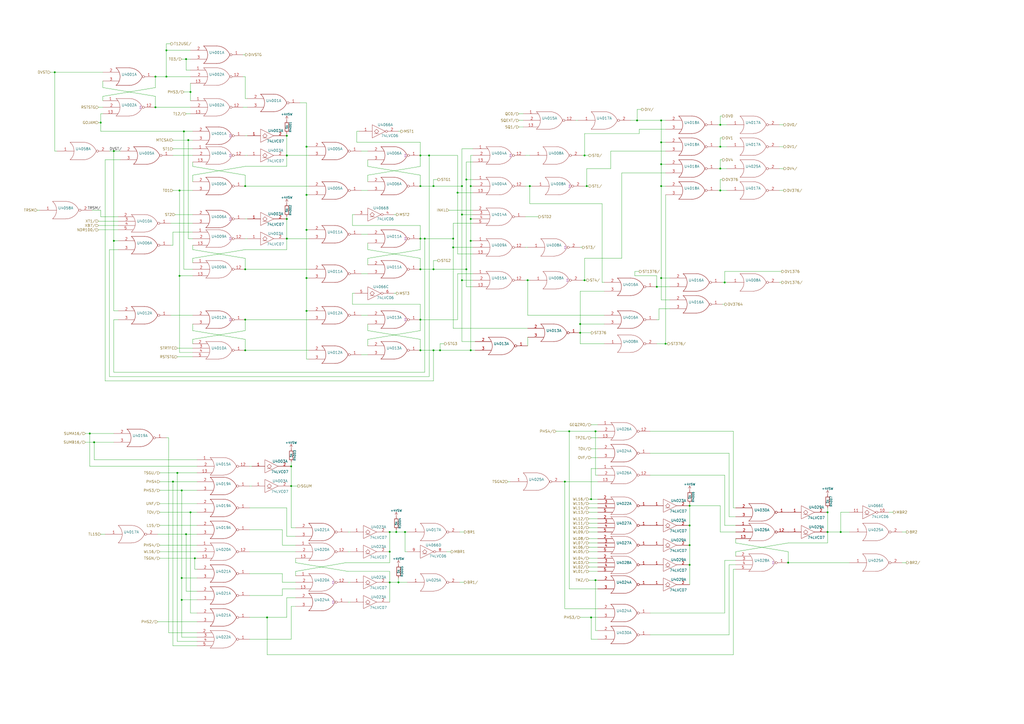
<source format=kicad_sch>
(kicad_sch (version 20211123) (generator eeschema)
  (paper "A2")
  (junction (at 110.49 53.34))
  (junction (at 265.43 111.76))
  (junction (at 168.91 270.51))
  (junction (at 104.14 160.02))
  (junction (at 243.84 156.21))
  (junction (at 417.83 85.09))
  (junction (at 383.54 107.95))
  (junction (at 340.36 107.95))
  (junction (at 381 166.37))
  (junction (at 457.2 326.39))
  (junction (at 417.83 97.79))
  (junction (at 480.06 308.61))
  (junction (at 243.84 107.95))
  (junction (at 386.08 199.39))
  (junction (at 226.06 308.61))
  (junction (at 105.41 335.28))
  (junction (at 154.94 358.14))
  (junction (at 342.9 289.56))
  (junction (at 168.91 281.94))
  (junction (at 58.42 71.12))
  (junction (at 110.49 297.18))
  (junction (at 166.37 127))
  (junction (at 142.24 107.95))
  (junction (at 243.84 203.2))
  (junction (at 480.06 297.18))
  (junction (at 107.95 34.29))
  (junction (at 417.83 110.49))
  (junction (at 251.46 156.21))
  (junction (at 487.68 308.61))
  (junction (at 400.05 316.23))
  (junction (at 96.52 44.45))
  (junction (at 166.37 138.43))
  (junction (at 231.14 337.82))
  (junction (at 307.34 107.95))
  (junction (at 177.8 161.29))
  (junction (at 336.55 193.04))
  (junction (at 102.87 274.32))
  (junction (at 243.84 185.42))
  (junction (at 330.2 250.19))
  (junction (at 96.52 29.21))
  (junction (at 417.83 72.39))
  (junction (at 52.07 251.46))
  (junction (at 109.22 81.28))
  (junction (at 273.05 107.95))
  (junction (at 383.54 82.55))
  (junction (at 243.84 138.43))
  (junction (at 90.17 44.45))
  (junction (at 267.97 162.56))
  (junction (at 400.05 304.8))
  (junction (at 342.9 358.14))
  (junction (at 400.05 327.66))
  (junction (at 273.05 139.7))
  (junction (at 251.46 203.2))
  (junction (at 66.04 139.7))
  (junction (at 345.44 336.55))
  (junction (at 267.97 107.95))
  (junction (at 262.89 138.43))
  (junction (at 166.37 78.74))
  (junction (at 251.46 107.95))
  (junction (at 166.37 90.17))
  (junction (at 106.68 76.2))
  (junction (at 66.04 87.63))
  (junction (at 229.87 308.61))
  (junction (at 113.03 323.85))
  (junction (at 177.8 85.09))
  (junction (at 226.06 320.04))
  (junction (at 248.92 90.17))
  (junction (at 177.8 180.34))
  (junction (at 369.57 69.85))
  (junction (at 226.06 337.82))
  (junction (at 90.17 62.23))
  (junction (at 306.07 162.56))
  (junction (at 142.24 156.21))
  (junction (at 336.55 187.96))
  (junction (at 383.54 95.25))
  (junction (at 105.41 284.48))
  (junction (at 142.24 185.42))
  (junction (at 54.61 256.54))
  (junction (at 339.09 162.56))
  (junction (at 273.05 203.2))
  (junction (at 345.44 250.19))
  (junction (at 270.51 104.14))
  (junction (at 400.05 293.37))
  (junction (at 100.33 279.4))
  (junction (at 262.89 143.51))
  (junction (at 383.54 69.85))
  (junction (at 107.95 309.88))
  (junction (at 255.27 203.2))
  (junction (at 339.09 90.17))
  (junction (at 31.75 41.91))
  (junction (at 104.14 110.49))
  (junction (at 246.38 138.43))
  (junction (at 270.51 156.21))
  (junction (at 142.24 203.2))
  (junction (at 177.8 113.03))
  (junction (at 327.66 279.4))
  (junction (at 267.97 124.46))
  (junction (at 243.84 90.17))
  (junction (at 273.05 127))
  (junction (at 234.95 308.61))
  (junction (at 105.41 347.98))
  (junction (at 420.37 163.83))
  (junction (at 383.54 161.29))
  (junction (at 177.8 133.35))
  (wire (pts (xy 92.71 279.4) (xy 100.33 279.4)))
  (wire (pts (xy 114.3 342.9) (xy 107.95 342.9)))
  (wire (pts (xy 452.12 110.49) (xy 454.66 110.49)))
  (wire (pts (xy 105.41 369.57) (xy 114.3 369.57)))
  (wire (pts (xy 420.37 275.59) (xy 420.37 304.8)))
  (wire (pts (xy 417.83 92.71) (xy 417.83 97.79)))
  (wire (pts (xy 420.37 163.83) (xy 421.64 163.83)))
  (wire (pts (xy 142.24 96.52) (xy 111.76 101.6)))
  (wire (pts (xy 63.5 218.44) (xy 63.5 144.78)))
  (wire (pts (xy 177.8 180.34) (xy 177.8 208.28)))
  (wire (pts (xy 326.39 279.4) (xy 327.66 279.4)))
  (wire (pts (xy 166.37 127) (xy 166.37 138.43)))
  (wire (pts (xy 381 166.37) (xy 388.62 166.37)))
  (wire (pts (xy 144.78 307.34) (xy 163.83 307.34)))
  (wire (pts (xy 251.46 203.2) (xy 255.27 203.2)))
  (wire (pts (xy 104.14 160.02) (xy 111.76 160.02)))
  (wire (pts (xy 480.06 308.61) (xy 487.68 308.61)))
  (wire (pts (xy 383.54 107.95) (xy 386.08 107.95)))
  (wire (pts (xy 341.63 336.55) (xy 345.44 336.55)))
  (wire (pts (xy 100.33 81.28) (xy 109.22 81.28)))
  (wire (pts (xy 270.51 93.98) (xy 274.32 93.98)))
  (wire (pts (xy 306.07 162.56) (xy 306.07 182.88)))
  (wire (pts (xy 209.55 135.89) (xy 213.36 135.89)))
  (wire (pts (xy 110.49 48.26) (xy 110.49 53.34)))
  (wire (pts (xy 243.84 101.6) (xy 213.36 96.52)))
  (wire (pts (xy 267.97 124.46) (xy 267.97 162.56)))
  (wire (pts (xy 168.91 267.97) (xy 168.91 270.51)))
  (wire (pts (xy 100.33 86.36) (xy 111.76 86.36)))
  (wire (pts (xy 417.83 293.37) (xy 417.83 308.61)))
  (wire (pts (xy 341.63 320.04) (xy 346.71 320.04)))
  (wire (pts (xy 307.34 118.11) (xy 349.25 118.11)))
  (wire (pts (xy 63.5 144.78) (xy 68.58 144.78)))
  (wire (pts (xy 92.71 292.1) (xy 114.3 292.1)))
  (wire (pts (xy 110.49 62.23) (xy 90.17 62.23)))
  (wire (pts (xy 66.04 139.7) (xy 68.58 139.7)))
  (wire (pts (xy 90.17 44.45) (xy 90.17 50.8)))
  (wire (pts (xy 339.09 162.56) (xy 339.09 149.86)))
  (wire (pts (xy 425.45 250.19) (xy 425.45 294.64)))
  (wire (pts (xy 104.14 160.02) (xy 104.14 204.47)))
  (wire (pts (xy 383.54 173.99) (xy 388.62 173.99)))
  (wire (pts (xy 349.25 163.83) (xy 350.52 163.83)))
  (wire (pts (xy 154.94 379.73) (xy 425.45 379.73)))
  (wire (pts (xy 91.44 360.68) (xy 114.3 360.68)))
  (wire (pts (xy 267.97 86.36) (xy 267.97 107.95)))
  (wire (pts (xy 267.97 124.46) (xy 274.32 124.46)))
  (wire (pts (xy 142.24 44.45) (xy 142.24 57.15)))
  (wire (pts (xy 248.92 90.17) (xy 248.92 218.44)))
  (wire (pts (xy 368.3 160.02) (xy 368.3 157.48)))
  (wire (pts (xy 58.42 121.92) (xy 58.42 125.73)))
  (wire (pts (xy 273.05 203.2) (xy 275.59 203.2)))
  (wire (pts (xy 60.96 220.98) (xy 60.96 92.71)))
  (wire (pts (xy 425.45 330.2) (xy 426.72 330.2)))
  (wire (pts (xy 525.78 308.61) (xy 523.24 308.61)))
  (wire (pts (xy 105.41 347.98) (xy 105.41 369.57)))
  (wire (pts (xy 213.36 196.85) (xy 213.36 200.66)))
  (wire (pts (xy 96.52 44.45) (xy 110.49 44.45)))
  (wire (pts (xy 163.83 316.23) (xy 171.45 316.23)))
  (wire (pts (xy 90.17 44.45) (xy 96.52 44.45)))
  (wire (pts (xy 265.43 90.17) (xy 265.43 111.76)))
  (wire (pts (xy 29.21 41.91) (xy 31.75 41.91)))
  (wire (pts (xy 21.59 121.92) (xy 22.86 121.92)))
  (wire (pts (xy 417.83 85.09) (xy 421.64 85.09)))
  (wire (pts (xy 346.71 323.85) (xy 341.63 323.85)))
  (wire (pts (xy 90.17 55.88) (xy 59.69 50.8)))
  (wire (pts (xy 177.8 180.34) (xy 179.07 180.34)))
  (wire (pts (xy 243.84 185.42) (xy 265.43 185.42)))
  (wire (pts (xy 243.84 96.52) (xy 213.36 101.6)))
  (wire (pts (xy 327.66 279.4) (xy 327.66 353.06)))
  (wire (pts (xy 201.93 337.82) (xy 203.2 337.82)))
  (wire (pts (xy 90.17 62.23) (xy 90.17 55.88)))
  (wire (pts (xy 142.24 196.85) (xy 111.76 191.77)))
  (wire (pts (xy 369.57 63.5) (xy 372.11 63.5)))
  (wire (pts (xy 342.9 271.78) (xy 346.71 271.78)))
  (wire (pts (xy 107.95 309.88) (xy 114.3 309.88)))
  (wire (pts (xy 142.24 149.86) (xy 111.76 144.78)))
  (wire (pts (xy 113.03 323.85) (xy 114.3 323.85)))
  (wire (pts (xy 107.95 40.64) (xy 110.49 40.64)))
  (wire (pts (xy 226.06 337.82) (xy 226.06 349.25)))
  (wire (pts (xy 243.84 82.55) (xy 243.84 90.17)))
  (wire (pts (xy 327.66 279.4) (xy 346.71 279.4)))
  (wire (pts (xy 142.24 185.42) (xy 142.24 191.77)))
  (wire (pts (xy 307.34 107.95) (xy 308.61 107.95)))
  (wire (pts (xy 417.83 110.49) (xy 421.64 110.49)))
  (wire (pts (xy 419.1 92.71) (xy 417.83 92.71)))
  (wire (pts (xy 306.07 162.56) (xy 307.34 162.56)))
  (wire (pts (xy 422.91 299.72) (xy 426.72 299.72)))
  (wire (pts (xy 58.42 71.12) (xy 58.42 76.2)))
  (wire (pts (xy 113.03 330.2) (xy 114.3 330.2)))
  (wire (pts (xy 234.95 320.04) (xy 236.22 320.04)))
  (wire (pts (xy 345.44 250.19) (xy 346.71 250.19)))
  (wire (pts (xy 168.91 281.94) (xy 172.72 281.94)))
  (wire (pts (xy 54.61 256.54) (xy 66.04 256.54)))
  (wire (pts (xy 295.91 279.4) (xy 294.64 279.4)))
  (wire (pts (xy 100.33 142.24) (xy 99.06 142.24)))
  (wire (pts (xy 382.27 179.07) (xy 388.62 179.07)))
  (wire (pts (xy 100.33 90.17) (xy 111.76 90.17)))
  (wire (pts (xy 204.47 124.46) (xy 204.47 130.81)))
  (wire (pts (xy 480.06 308.61) (xy 480.06 314.96)))
  (wire (pts (xy 422.91 327.66) (xy 426.72 327.66)))
  (wire (pts (xy 66.04 185.42) (xy 68.58 185.42)))
  (wire (pts (xy 102.87 274.32) (xy 102.87 372.11)))
  (wire (pts (xy 203.2 320.04) (xy 201.93 320.04)))
  (wire (pts (xy 270.51 104.14) (xy 270.51 156.21)))
  (wire (pts (xy 422.91 368.3) (xy 422.91 327.66)))
  (wire (pts (xy 204.47 170.18) (xy 205.74 170.18)))
  (wire (pts (xy 243.84 107.95) (xy 251.46 107.95)))
  (wire (pts (xy 377.19 262.89) (xy 422.91 262.89)))
  (wire (pts (xy 354.33 87.63) (xy 386.08 87.63)))
  (wire (pts (xy 57.15 71.12) (xy 58.42 71.12)))
  (wire (pts (xy 226.06 326.39) (xy 200.66 326.39)))
  (wire (pts (xy 419.1 163.83) (xy 420.37 163.83)))
  (wire (pts (xy 166.37 138.43) (xy 166.37 144.78)))
  (wire (pts (xy 487.68 297.18) (xy 487.68 308.61)))
  (wire (pts (xy 142.24 78.74) (xy 143.51 78.74)))
  (wire (pts (xy 300.99 66.04) (xy 303.53 66.04)))
  (wire (pts (xy 345.44 336.55) (xy 345.44 365.76)))
  (wire (pts (xy 416.56 85.09) (xy 417.83 85.09)))
  (wire (pts (xy 92.71 323.85) (xy 113.03 323.85)))
  (wire (pts (xy 213.36 149.86) (xy 213.36 153.67)))
  (wire (pts (xy 99.06 182.88) (xy 111.76 182.88)))
  (wire (pts (xy 142.24 127) (xy 143.51 127)))
  (wire (pts (xy 140.97 31.75) (xy 142.24 31.75)))
  (wire (pts (xy 417.83 308.61) (xy 426.72 308.61)))
  (wire (pts (xy 104.14 110.49) (xy 104.14 160.02)))
  (wire (pts (xy 400.05 293.37) (xy 400.05 304.8)))
  (wire (pts (xy 420.37 163.83) (xy 420.37 157.48)))
  (wire (pts (xy 91.44 309.88) (xy 107.95 309.88)))
  (wire (pts (xy 452.12 163.83) (xy 453.39 163.83)))
  (wire (pts (xy 255.27 199.39) (xy 257.81 199.39)))
  (wire (pts (xy 369.57 69.85) (xy 369.57 63.5)))
  (wire (pts (xy 154.94 358.14) (xy 154.94 379.73)))
  (wire (pts (xy 334.01 69.85) (xy 335.28 69.85)))
  (wire (pts (xy 59.69 50.8) (xy 59.69 46.99)))
  (wire (pts (xy 177.8 85.09) (xy 179.07 85.09)))
  (wire (pts (xy 163.83 307.34) (xy 163.83 316.23)))
  (wire (pts (xy 341.63 289.56) (xy 342.9 289.56)))
  (wire (pts (xy 142.24 156.21) (xy 142.24 149.86)))
  (wire (pts (xy 177.8 161.29) (xy 179.07 161.29)))
  (wire (pts (xy 480.06 314.96) (xy 457.2 314.96)))
  (wire (pts (xy 273.05 127) (xy 273.05 139.7)))
  (wire (pts (xy 342.9 254) (xy 346.71 254)))
  (wire (pts (xy 104.14 110.49) (xy 111.76 110.49)))
  (wire (pts (xy 106.68 156.21) (xy 111.76 156.21)))
  (wire (pts (xy 304.8 162.56) (xy 306.07 162.56)))
  (wire (pts (xy 179.07 113.03) (xy 177.8 113.03)))
  (wire (pts (xy 243.84 138.43) (xy 246.38 138.43)))
  (wire (pts (xy 274.32 129.54) (xy 262.89 129.54)))
  (wire (pts (xy 420.37 304.8) (xy 426.72 304.8)))
  (wire (pts (xy 262.89 143.51) (xy 262.89 190.5)))
  (wire (pts (xy 66.04 215.9) (xy 66.04 185.42)))
  (wire (pts (xy 417.83 104.14) (xy 417.83 110.49)))
  (wire (pts (xy 420.37 325.12) (xy 426.72 325.12)))
  (wire (pts (xy 179.07 138.43) (xy 166.37 138.43)))
  (wire (pts (xy 381 160.02) (xy 368.3 160.02)))
  (wire (pts (xy 110.49 355.6) (xy 114.3 355.6)))
  (wire (pts (xy 336.55 199.39) (xy 350.52 199.39)))
  (wire (pts (xy 330.2 341.63) (xy 346.71 341.63)))
  (wire (pts (xy 243.84 203.2) (xy 243.84 196.85)))
  (wire (pts (xy 52.07 251.46) (xy 66.04 251.46)))
  (wire (pts (xy 111.76 101.6) (xy 111.76 105.41)))
  (wire (pts (xy 140.97 44.45) (xy 142.24 44.45)))
  (wire (pts (xy 66.04 180.34) (xy 68.58 180.34)))
  (wire (pts (xy 251.46 156.21) (xy 243.84 156.21)))
  (wire (pts (xy 345.44 365.76) (xy 346.71 365.76)))
  (wire (pts (xy 383.54 82.55) (xy 383.54 95.25)))
  (wire (pts (xy 60.96 92.71) (xy 69.85 92.71)))
  (wire (pts (xy 213.36 101.6) (xy 213.36 105.41)))
  (wire (pts (xy 339.09 149.86) (xy 360.68 149.86)))
  (wire (pts (xy 107.95 342.9) (xy 107.95 309.88)))
  (wire (pts (xy 179.07 133.35) (xy 177.8 133.35)))
  (wire (pts (xy 96.52 29.21) (xy 110.49 29.21)))
  (wire (pts (xy 248.92 90.17) (xy 265.43 90.17)))
  (wire (pts (xy 179.07 107.95) (xy 142.24 107.95)))
  (wire (pts (xy 457.2 320.04) (xy 426.72 314.96)))
  (wire (pts (xy 342.9 260.35) (xy 346.71 260.35)))
  (wire (pts (xy 177.8 161.29) (xy 177.8 180.34)))
  (wire (pts (xy 100.33 134.62) (xy 111.76 134.62)))
  (wire (pts (xy 63.5 87.63) (xy 66.04 87.63)))
  (wire (pts (xy 342.9 289.56) (xy 346.71 289.56)))
  (wire (pts (xy 204.47 176.53) (xy 204.47 170.18)))
  (wire (pts (xy 273.05 90.17) (xy 273.05 107.95)))
  (wire (pts (xy 339.09 162.56) (xy 340.36 162.56)))
  (wire (pts (xy 201.93 349.25) (xy 203.2 349.25)))
  (wire (pts (xy 209.55 205.74) (xy 213.36 205.74)))
  (wire (pts (xy 339.09 77.47) (xy 370.84 77.47)))
  (wire (pts (xy 144.78 294.64) (xy 166.37 294.64)))
  (wire (pts (xy 342.9 246.38) (xy 346.71 246.38)))
  (wire (pts (xy 209.55 182.88) (xy 213.36 182.88)))
  (wire (pts (xy 243.84 203.2) (xy 251.46 203.2)))
  (wire (pts (xy 201.93 331.47) (xy 171.45 326.39)))
  (wire (pts (xy 168.91 306.07) (xy 171.45 306.07)))
  (wire (pts (xy 307.34 90.17) (xy 304.8 90.17)))
  (wire (pts (xy 200.66 326.39) (xy 171.45 331.47)))
  (wire (pts (xy 340.36 107.95) (xy 341.63 107.95)))
  (wire (pts (xy 166.37 90.17) (xy 166.37 96.52)))
  (wire (pts (xy 383.54 161.29) (xy 383.54 173.99)))
  (wire (pts (xy 31.75 41.91) (xy 59.69 41.91)))
  (wire (pts (xy 205.74 124.46) (xy 204.47 124.46)))
  (wire (pts (xy 400.05 292.1) (xy 400.05 293.37)))
  (wire (pts (xy 100.33 374.65) (xy 114.3 374.65)))
  (wire (pts (xy 142.24 144.78) (xy 111.76 149.86)))
  (wire (pts (xy 342.9 289.56) (xy 342.9 271.78)))
  (wire (pts (xy 243.84 90.17) (xy 243.84 96.52)))
  (wire (pts (xy 337.82 162.56) (xy 339.09 162.56)))
  (wire (pts (xy 232.41 76.2) (xy 231.14 76.2)))
  (wire (pts (xy 201.93 308.61) (xy 203.2 308.61)))
  (wire (pts (xy 518.16 297.18) (xy 515.62 297.18)))
  (wire (pts (xy 454.66 72.39) (xy 452.12 72.39)))
  (wire (pts (xy 382.27 185.42) (xy 381 185.42)))
  (wire (pts (xy 49.53 251.46) (xy 52.07 251.46)))
  (wire (pts (xy 106.68 76.2) (xy 111.76 76.2)))
  (wire (pts (xy 213.36 96.52) (xy 213.36 92.71)))
  (wire (pts (xy 166.37 96.52) (xy 142.24 96.52)))
  (wire (pts (xy 97.79 254) (xy 97.79 367.03)))
  (wire (pts (xy 400.05 316.23) (xy 400.05 327.66)))
  (wire (pts (xy 339.09 107.95) (xy 340.36 107.95)))
  (wire (pts (xy 208.28 76.2) (xy 207.01 76.2)))
  (wire (pts (xy 111.76 191.77) (xy 111.76 187.96)))
  (wire (pts (xy 109.22 81.28) (xy 109.22 138.43)))
  (wire (pts (xy 345.44 336.55) (xy 346.71 336.55)))
  (wire (pts (xy 370.84 77.47) (xy 370.84 74.93)))
  (wire (pts (xy 369.57 69.85) (xy 383.54 69.85)))
  (wire (pts (xy 31.75 87.63) (xy 31.75 41.91)))
  (wire (pts (xy 243.84 130.81) (xy 243.84 138.43)))
  (wire (pts (xy 229.87 307.34) (xy 229.87 308.61)))
  (wire (pts (xy 113.03 323.85) (xy 113.03 330.2)))
  (wire (pts (xy 177.8 113.03) (xy 177.8 133.35)))
  (wire (pts (xy 144.78 345.44) (xy 163.83 345.44)))
  (wire (pts (xy 107.95 34.29) (xy 110.49 34.29)))
  (wire (pts (xy 107.95 66.04) (xy 110.49 66.04)))
  (wire (pts (xy 377.19 275.59) (xy 420.37 275.59)))
  (wire (pts (xy 383.54 69.85) (xy 383.54 82.55)))
  (wire (pts (xy 166.37 78.74) (xy 166.37 90.17)))
  (wire (pts (xy 336.55 187.96) (xy 336.55 193.04)))
  (wire (pts (xy 226.06 331.47) (xy 201.93 331.47)))
  (wire (pts (xy 270.51 156.21) (xy 251.46 156.21)))
  (wire (pts (xy 386.08 199.39) (xy 387.35 199.39)))
  (wire (pts (xy 340.36 97.79) (xy 354.33 97.79)))
  (wire (pts (xy 274.32 107.95) (xy 273.05 107.95)))
  (wire (pts (xy 58.42 66.04) (xy 58.42 71.12)))
  (wire (pts (xy 417.83 67.31) (xy 417.83 72.39)))
  (wire (pts (xy 336.55 187.96) (xy 350.52 187.96)))
  (wire (pts (xy 226.06 308.61) (xy 229.87 308.61)))
  (wire (pts (xy 251.46 107.95) (xy 267.97 107.95)))
  (wire (pts (xy 365.76 69.85) (xy 369.57 69.85)))
  (wire (pts (xy 360.68 100.33) (xy 386.08 100.33)))
  (wire (pts (xy 368.3 157.48) (xy 370.84 157.48)))
  (wire (pts (xy 105.41 347.98) (xy 114.3 347.98)))
  (wire (pts (xy 209.55 158.75) (xy 213.36 158.75)))
  (wire (pts (xy 386.08 199.39) (xy 386.08 113.03)))
  (wire (pts (xy 92.71 274.32) (xy 102.87 274.32)))
  (wire (pts (xy 341.63 303.53) (xy 346.71 303.53)))
  (wire (pts (xy 177.8 133.35) (xy 177.8 161.29)))
  (wire (pts (xy 243.84 149.86) (xy 213.36 144.78)))
  (wire (pts (xy 487.68 297.18) (xy 492.76 297.18)))
  (wire (pts (xy 304.8 107.95) (xy 307.34 107.95)))
  (wire (pts (xy 68.58 130.81) (xy 57.15 130.81)))
  (wire (pts (xy 109.22 138.43) (xy 111.76 138.43)))
  (wire (pts (xy 54.61 266.7) (xy 114.3 266.7)))
  (wire (pts (xy 90.17 50.8) (xy 59.69 55.88)))
  (wire (pts (xy 179.07 203.2) (xy 142.24 203.2)))
  (wire (pts (xy 265.43 111.76) (xy 265.43 147.32)))
  (wire (pts (xy 229.87 308.61) (xy 234.95 308.61)))
  (wire (pts (xy 419.1 176.53) (xy 420.37 176.53)))
  (wire (pts (xy 100.33 134.62) (xy 100.33 142.24)))
  (wire (pts (xy 104.14 204.47) (xy 111.76 204.47)))
  (wire (pts (xy 243.84 144.78) (xy 213.36 149.86)))
  (wire (pts (xy 336.55 143.51) (xy 337.82 143.51)))
  (wire (pts (xy 168.91 270.51) (xy 168.91 281.94)))
  (wire (pts (xy 417.83 72.39) (xy 421.64 72.39)))
  (wire (pts (xy 114.3 316.23) (xy 92.71 316.23)))
  (wire (pts (xy 251.46 104.14) (xy 254 104.14)))
  (wire (pts (xy 266.7 337.82) (xy 269.24 337.82)))
  (wire (pts (xy 234.95 308.61) (xy 236.22 308.61)))
  (wire (pts (xy 270.51 156.21) (xy 270.51 166.37)))
  (wire (pts (xy 243.84 176.53) (xy 243.84 185.42)))
  (wire (pts (xy 96.52 254) (xy 97.79 254)))
  (wire (pts (xy 57.15 62.23) (xy 59.69 62.23)))
  (wire (pts (xy 341.63 314.96) (xy 346.71 314.96)))
  (wire (pts (xy 58.42 76.2) (xy 106.68 76.2)))
  (wire (pts (xy 243.84 176.53) (xy 204.47 176.53)))
  (wire (pts (xy 255.27 203.2) (xy 273.05 203.2)))
  (wire (pts (xy 336.55 358.14) (xy 342.9 358.14)))
  (wire (pts (xy 142.24 57.15) (xy 143.51 57.15)))
  (wire (pts (xy 341.63 294.64) (xy 346.71 294.64)))
  (wire (pts (xy 265.43 111.76) (xy 274.32 111.76)))
  (wire (pts (xy 251.46 151.13) (xy 254 151.13)))
  (wire (pts (xy 267.97 86.36) (xy 274.32 86.36)))
  (wire (pts (xy 265.43 185.42) (xy 265.43 158.75)))
  (wire (pts (xy 177.8 85.09) (xy 177.8 113.03)))
  (wire (pts (xy 492.76 326.39) (xy 457.2 326.39)))
  (wire (pts (xy 142.24 107.95) (xy 142.24 101.6)))
  (wire (pts (xy 377.19 250.19) (xy 425.45 250.19)))
  (wire (pts (xy 262.89 143.51) (xy 274.32 143.51)))
  (wire (pts (xy 339.09 90.17) (xy 339.09 77.47)))
  (wire (pts (xy 330.2 250.19) (xy 345.44 250.19)))
  (wire (pts (xy 342.9 265.43) (xy 346.71 265.43)))
  (wire (pts (xy 480.06 294.64) (xy 480.06 297.18)))
  (wire (pts (xy 306.07 195.58) (xy 306.07 200.66)))
  (wire (pts (xy 383.54 107.95) (xy 383.54 161.29)))
  (wire (pts (xy 59.69 55.88) (xy 59.69 58.42)))
  (wire (pts (xy 92.71 304.8) (xy 114.3 304.8)))
  (wire (pts (xy 171.45 326.39) (xy 171.45 323.85)))
  (wire (pts (xy 226.06 337.82) (xy 231.14 337.82)))
  (wire (pts (xy 304.8 125.73) (xy 312.42 125.73)))
  (wire (pts (xy 420.37 355.6) (xy 420.37 325.12)))
  (wire (pts (xy 341.63 297.18) (xy 346.71 297.18)))
  (wire (pts (xy 105.41 34.29) (xy 107.95 34.29)))
  (wire (pts (xy 58.42 66.04) (xy 59.69 66.04)))
  (wire (pts (xy 346.71 317.5) (xy 341.63 317.5)))
  (wire (pts (xy 168.91 351.79) (xy 171.45 351.79)))
  (wire (pts (xy 525.78 326.39) (xy 523.24 326.39)))
  (wire (pts (xy 105.41 284.48) (xy 105.41 335.28)))
  (wire (pts (xy 166.37 77.47) (xy 166.37 78.74)))
  (wire (pts (xy 177.8 208.28) (xy 179.07 208.28)))
  (wire (pts (xy 251.46 107.95) (xy 251.46 104.14)))
  (wire (pts (xy 327.66 353.06) (xy 346.71 353.06)))
  (wire (pts (xy 96.52 25.4) (xy 99.06 25.4)))
  (wire (pts (xy 166.37 358.14) (xy 166.37 346.71)))
  (wire (pts (xy 337.82 90.17) (xy 339.09 90.17)))
  (wire (pts (xy 142.24 191.77) (xy 111.76 196.85)))
  (wire (pts (xy 339.09 90.17) (xy 341.63 90.17)))
  (wire (pts (xy 57.15 128.27) (xy 68.58 128.27)))
  (wire (pts (xy 106.68 53.34) (xy 110.49 53.34)))
  (wire (pts (xy 416.56 110.49) (xy 417.83 110.49)))
  (wire (pts (xy 52.07 251.46) (xy 52.07 270.51)))
  (wire (pts (xy 346.71 312.42) (xy 341.63 312.42)))
  (wire (pts (xy 246.38 215.9) (xy 66.04 215.9)))
  (wire (pts (xy 267.97 162.56) (xy 267.97 198.12)))
  (wire (pts (xy 336.55 193.04) (xy 342.9 193.04)))
  (wire (pts (xy 144.78 358.14) (xy 154.94 358.14)))
  (wire (pts (xy 274.32 121.92) (xy 260.35 121.92)))
  (wire (pts (xy 336.55 168.91) (xy 350.52 168.91)))
  (wire (pts (xy 111.76 96.52) (xy 111.76 93.98)))
  (wire (pts (xy 97.79 367.03) (xy 114.3 367.03)))
  (wire (pts (xy 243.84 191.77) (xy 213.36 196.85)))
  (wire (pts (xy 110.49 53.34) (xy 110.49 58.42)))
  (wire (pts (xy 234.95 308.61) (xy 234.95 320.04)))
  (wire (pts (xy 346.71 328.93) (xy 341.63 328.93)))
  (wire (pts (xy 173.99 59.69) (xy 177.8 59.69)))
  (wire (pts (xy 209.55 110.49) (xy 213.36 110.49)))
  (wire (pts (xy 270.51 93.98) (xy 270.51 104.14)))
  (wire (pts (xy 457.2 326.39) (xy 457.2 320.04)))
  (wire (pts (xy 383.54 82.55) (xy 386.08 82.55)))
  (wire (pts (xy 243.84 156.21) (xy 243.84 149.86)))
  (wire (pts (xy 92.71 284.48) (xy 105.41 284.48)))
  (wire (pts (xy 163.83 332.74) (xy 163.83 337.82)))
  (wire (pts (xy 419.1 104.14) (xy 417.83 104.14)))
  (wire (pts (xy 425.45 294.64) (xy 426.72 294.64)))
  (wire (pts (xy 243.84 138.43) (xy 243.84 144.78)))
  (wire (pts (xy 213.36 144.78) (xy 213.36 140.97)))
  (wire (pts (xy 213.36 191.77) (xy 213.36 187.96)))
  (wire (pts (xy 377.19 368.3) (xy 422.91 368.3)))
  (wire (pts (xy 204.47 130.81) (xy 243.84 130.81)))
  (wire (pts (xy 270.51 166.37) (xy 274.32 166.37)))
  (wire (pts (xy 144.78 270.51) (xy 146.05 270.51)))
  (wire (pts (xy 416.56 97.79) (xy 417.83 97.79)))
  (wire (pts (xy 110.49 297.18) (xy 114.3 297.18)))
  (wire (pts (xy 166.37 125.73) (xy 166.37 127)))
  (wire (pts (xy 265.43 158.75) (xy 274.32 158.75)))
  (wire (pts (xy 426.72 320.04) (xy 426.72 322.58)))
  (wire (pts (xy 177.8 59.69) (xy 177.8 85.09)))
  (wire (pts (xy 166.37 144.78) (xy 142.24 144.78)))
  (wire (pts (xy 140.97 62.23) (xy 143.51 62.23)))
  (wire (pts (xy 419.1 67.31) (xy 417.83 67.31)))
  (wire (pts (xy 163.83 341.63) (xy 171.45 341.63)))
  (wire (pts (xy 259.08 320.04) (xy 261.62 320.04)))
  (wire (pts (xy 419.1 80.01) (xy 417.83 80.01)))
  (wire (pts (xy 383.54 161.29) (xy 388.62 161.29)))
  (wire (pts (xy 336.55 193.04) (xy 336.55 199.39)))
  (wire (pts (xy 111.76 196.85) (xy 111.76 199.39)))
  (wire (pts (xy 457.2 314.96) (xy 426.72 320.04)))
  (wire (pts (xy 226.06 331.47) (xy 226.06 337.82)))
  (wire (pts (xy 382.27 179.07) (xy 382.27 185.42)))
  (wire (pts (xy 336.55 168.91) (xy 336.55 187.96)))
  (wire (pts (xy 207.01 82.55) (xy 243.84 82.55)))
  (wire (pts (xy 110.49 297.18) (xy 110.49 355.6)))
  (wire (pts (xy 400.05 304.8) (xy 400.05 316.23)))
  (wire (pts (xy 102.87 372.11) (xy 114.3 372.11)))
  (wire (pts (xy 246.38 138.43) (xy 246.38 215.9)))
  (wire (pts (xy 341.63 292.1) (xy 346.71 292.1)))
  (wire (pts (xy 454.66 85.09) (xy 452.12 85.09)))
  (wire (pts (xy 381 166.37) (xy 381 160.02)))
  (wire (pts (xy 105.41 335.28) (xy 105.41 347.98)))
  (wire (pts (xy 354.33 97.79) (xy 354.33 87.63)))
  (wire (pts (xy 111.76 149.86) (xy 111.76 152.4)))
  (wire (pts (xy 274.32 127) (xy 273.05 127)))
  (wire (pts (xy 66.04 87.63) (xy 66.04 139.7)))
  (wire (pts (xy 96.52 25.4) (xy 96.52 29.21)))
  (wire (pts (xy 341.63 308.61) (xy 346.71 308.61)))
  (wire (pts (xy 381 199.39) (xy 386.08 199.39)))
  (wire (pts (xy 267.97 107.95) (xy 267.97 124.46)))
  (wire (pts (xy 106.68 76.2) (xy 106.68 156.21)))
  (wire (pts (xy 207.01 76.2) (xy 207.01 82.55)))
  (wire (pts (xy 243.84 185.42) (xy 243.84 191.77)))
  (wire (pts (xy 341.63 326.39) (xy 346.71 326.39)))
  (wire (pts (xy 246.38 138.43) (xy 262.89 138.43)))
  (wire (pts (xy 163.83 337.82) (xy 171.45 337.82)))
  (wire (pts (xy 100.33 279.4) (xy 100.33 374.65)))
  (wire (pts (xy 273.05 139.7) (xy 274.32 139.7)))
  (wire (pts (xy 377.19 355.6) (xy 420.37 355.6)))
  (wire (pts (xy 342.9 358.14) (xy 342.9 370.84)))
  (wire (pts (xy 66.04 87.63) (xy 69.85 87.63)))
  (wire (pts (xy 267.97 162.56) (xy 274.32 162.56)))
  (wire (pts (xy 426.72 314.96) (xy 426.72 312.42)))
  (wire (pts (xy 60.96 309.88) (xy 58.42 309.88)))
  (wire (pts (xy 304.8 143.51) (xy 306.07 143.51)))
  (wire (pts (xy 342.9 370.84) (xy 346.71 370.84)))
  (wire (pts (xy 346.71 306.07) (xy 341.63 306.07)))
  (wire (pts (xy 251.46 203.2) (xy 251.46 220.98)))
  (wire (pts (xy 248.92 218.44) (xy 63.5 218.44)))
  (wire (pts (xy 142.24 203.2) (xy 142.24 196.85)))
  (wire (pts (xy 243.84 196.85) (xy 213.36 191.77)))
  (wire (pts (xy 33.02 87.63) (xy 31.75 87.63)))
  (wire (pts (xy 300.99 69.85) (xy 303.53 69.85)))
  (wire (pts (xy 262.89 129.54) (xy 262.89 138.43)))
  (wire (pts (xy 231.14 335.28) (xy 231.14 337.82)))
  (wire (pts (xy 100.33 279.4) (xy 114.3 279.4)))
  (wire (pts (xy 102.87 274.32) (xy 114.3 274.32)))
  (wire (pts (xy 226.06 320.04) (xy 226.06 326.39)))
  (wire (pts (xy 229.87 124.46) (xy 228.6 124.46)))
  (wire (pts (xy 142.24 138.43) (xy 143.51 138.43)))
  (wire (pts (xy 209.55 87.63) (xy 213.36 87.63)))
  (wire (pts (xy 142.24 101.6) (xy 111.76 96.52)))
  (wire (pts (xy 425.45 379.73) (xy 425.45 330.2)))
  (wire (pts (xy 144.78 320.04) (xy 171.45 320.04)))
  (wire (pts (xy 417.83 80.01) (xy 417.83 85.09)))
  (wire (pts (xy 416.56 72.39) (xy 417.83 72.39)))
  (wire (pts (xy 400.05 293.37) (xy 417.83 293.37)))
  (wire (pts (xy 345.44 275.59) (xy 346.71 275.59)))
  (wire (pts (xy 102.87 201.93) (xy 111.76 201.93)))
  (wire (pts (xy 270.51 104.14) (xy 274.32 104.14)))
  (wire (pts (xy 111.76 144.78) (xy 111.76 142.24)))
  (wire (pts (xy 345.44 250.19) (xy 345.44 275.59)))
  (wire (pts (xy 341.63 300.99) (xy 346.71 300.99)))
  (wire (pts (xy 166.37 294.64) (xy 166.37 311.15)))
  (wire (pts (xy 487.68 308.61) (xy 492.76 308.61)))
  (wire (pts (xy 267.97 198.12) (xy 275.59 198.12)))
  (wire (pts (xy 96.52 29.21) (xy 96.52 44.45)))
  (wire (pts (xy 251.46 156.21) (xy 251.46 151.13)))
  (wire (pts (xy 228.6 170.18) (xy 229.87 170.18)))
  (wire (pts (xy 300.99 73.66) (xy 303.53 73.66)))
  (wire (pts (xy 420.37 157.48) (xy 453.39 157.48)))
  (wire (pts (xy 166.37 90.17) (xy 179.07 90.17)))
  (wire (pts (xy 49.53 256.54) (xy 54.61 256.54)))
  (wire (pts (xy 142.24 156.21) (xy 179.07 156.21)))
  (wire (pts (xy 262.89 138.43) (xy 262.89 143.51)))
  (wire (pts (xy 383.54 69.85) (xy 386.08 69.85)))
  (wire (pts (xy 231.14 337.82) (xy 236.22 337.82)))
  (wire (pts (xy 360.68 149.86) (xy 360.68 100.33)))
  (wire (pts (xy 273.05 139.7) (xy 273.05 203.2)))
  (wire (pts (xy 163.83 345.44) (xy 163.83 341.63)))
  (wire (pts (xy 322.58 250.19) (xy 330.2 250.19)))
  (wire (pts (xy 58.42 125.73) (xy 68.58 125.73)))
  (wire (pts (xy 251.46 220.98) (xy 60.96 220.98)))
  (wire (pts (xy 99.06 129.54) (xy 111.76 129.54)))
  (wire (pts (xy 265.43 147.32) (xy 274.32 147.32)))
  (wire (pts (xy 306.07 182.88) (xy 350.52 182.88)))
  (wire (pts (xy 168.91 370.84) (xy 168.91 351.79)))
  (wire (pts (xy 383.54 95.25) (xy 386.08 95.25)))
  (wire (pts (xy 349.25 118.11) (xy 349.25 163.83)))
  (wire (pts (xy 166.37 346.71) (xy 171.45 346.71)))
  (wire (pts (xy 269.24 308.61) (xy 266.7 308.61)))
  (wire (pts (xy 111.76 207.01) (xy 102.87 207.01)))
  (wire (pts (xy 226.06 308.61) (xy 226.06 320.04)))
  (wire (pts (xy 168.91 281.94) (xy 168.91 306.07)))
  (wire (pts (xy 480.06 297.18) (xy 480.06 308.61)))
  (wire (pts (xy 105.41 335.28) (xy 114.3 335.28)))
  (wire (pts (xy 144.78 370.84) (xy 168.91 370.84)))
  (wire (pts (xy 179.07 185.42) (xy 142.24 185.42)))
  (wire (pts (xy 166.37 311.15) (xy 171.45 311.15)))
  (wire (pts (xy 142.24 90.17) (xy 143.51 90.17)))
  (wire (pts (xy 109.22 81.28) (xy 111.76 81.28)))
  (wire (pts (xy 107.95 34.29) (xy 107.95 40.64)))
  (wire (pts (xy 54.61 256.54) (xy 54.61 266.7)))
  (wire (pts (xy 243.84 107.95) (xy 243.84 101.6)))
  (wire (pts (xy 255.27 199.39) (xy 255.27 203.2)))
  (wire (pts (xy 383.54 95.25) (xy 383.54 107.95)))
  (wire (pts (xy 422.91 262.89) (xy 422.91 299.72)))
  (wire (pts (xy 243.84 90.17) (xy 248.92 90.17)))
  (wire (pts (xy 66.04 139.7) (xy 66.04 180.34)))
  (wire (pts (xy 92.71 297.18) (xy 110.49 297.18)))
  (wire (pts (xy 307.34 107.95) (xy 307.34 118.11)))
  (wire (pts (xy 262.89 190.5) (xy 306.07 190.5)))
  (wire (pts (xy 400.05 327.66) (xy 400.05 339.09)))
  (wire (pts (xy 452.12 97.79) (xy 454.66 97.79)))
  (wire (pts (xy 370.84 74.93) (xy 386.08 74.93)))
  (wire (pts (xy 340.36 107.95) (xy 340.36 97.79)))
  (wire (pts (xy 273.05 107.95) (xy 273.05 127)))
  (wire (pts (xy 101.6 124.46) (xy 111.76 124.46)))
  (wire (pts (xy 105.41 284.48) (xy 114.3 284.48)))
  (wire (pts (xy 144.78 332.74) (xy 163.83 332.74)))
  (wire (pts (xy 92.71 320.04) (xy 114.3 320.04)))
  (wire (pts (xy 53.34 121.92) (xy 58.42 121.92)))
  (wire (pts (xy 342.9 358.14) (xy 346.71 358.14)))
  (wire (pts (xy 171.45 331.47) (xy 171.45 334.01)))
  (wire (pts (xy 274.32 90.17) (xy 273.05 90.17)))
  (wire (pts (xy 341.63 331.47) (xy 346.71 331.47)))
  (wire (pts (xy 52.07 270.51) (xy 114.3 270.51)))
  (wire (pts (xy 146.05 281.94) (xy 144.78 281.94)))
  (wire (pts (xy 330.2 250.19) (xy 330.2 341.63)))
  (wire (pts (xy 57.15 133.35) (xy 68.58 133.35)))
  (wire (pts (xy 154.94 358.14) (xy 166.37 358.14)))
  (wire (pts (xy 100.33 110.49) (xy 104.14 110.49)))
  (wire (pts (xy 417.83 97.79) (xy 421.64 97.79)))
  (label "DVST/" (at 63.5 87.63 0) (effects (font (size 1.524 1.524))))
  (label "TRSM/" (at 58.42 121.92 180) (effects (font (size 1.524 1.524))))
  (hierarchical_label "TSGN/" (shape input) (at 92.71 323.85 180) (effects (font (size 1.524 1.524))))
  (hierarchical_label "T01" (shape input) (at 100.33 110.49 180) (effects (font (size 1.524 1.524))))
  (hierarchical_label "INKL" (shape input) (at 260.35 121.92 180) (effects (font (size 1.524 1.524))))
  (hierarchical_label "GOJAM" (shape input) (at 57.15 71.12 180) (effects (font (size 1.524 1.524))))
  (hierarchical_label "ST3/" (shape output) (at 337.82 143.51 0) (effects (font (size 1.524 1.524))))
  (hierarchical_label "T03/" (shape input) (at 105.41 34.29 180) (effects (font (size 1.524 1.524))))
  (hierarchical_label "DV0/" (shape output) (at 454.66 72.39 0) (effects (font (size 1.524 1.524))))
  (hierarchical_label "QC0/" (shape input) (at 300.99 66.04 180) (effects (font (size 1.524 1.524))))
  (hierarchical_label "MTCSAI" (shape input) (at 100.33 81.28 180) (effects (font (size 1.524 1.524))))
  (hierarchical_label "WL04/" (shape input) (at 341.63 323.85 180) (effects (font (size 1.524 1.524))))
  (hierarchical_label "ST2" (shape input) (at 101.6 124.46 180) (effects (font (size 1.524 1.524))))
  (hierarchical_label "STG1" (shape output) (at 254 104.14 0) (effects (font (size 1.524 1.524))))
  (hierarchical_label "XT1/" (shape input) (at 57.15 128.27 180) (effects (font (size 1.524 1.524))))
  (hierarchical_label "ST4/" (shape output) (at 340.36 162.56 0) (effects (font (size 1.524 1.524))))
  (hierarchical_label "STG2" (shape output) (at 254 151.13 0) (effects (font (size 1.524 1.524))))
  (hierarchical_label "SUMA16/" (shape input) (at 49.53 251.46 180) (effects (font (size 1.524 1.524))))
  (hierarchical_label "ST0/" (shape output) (at 341.63 90.17 0) (effects (font (size 1.524 1.524))))
  (hierarchical_label "ST376/" (shape output) (at 387.35 199.39 0) (effects (font (size 1.524 1.524))))
  (hierarchical_label "STD2" (shape output) (at 312.42 125.73 0) (effects (font (size 1.524 1.524))))
  (hierarchical_label "MST1" (shape output) (at 232.41 76.2 0) (effects (font (size 1.524 1.524))))
  (hierarchical_label "MST3" (shape output) (at 229.87 170.18 0) (effects (font (size 1.524 1.524))))
  (hierarchical_label "BR2" (shape output) (at 525.78 308.61 0) (effects (font (size 1.524 1.524))))
  (hierarchical_label "TOV/" (shape input) (at 92.71 297.18 180) (effects (font (size 1.524 1.524))))
  (hierarchical_label "SGUM" (shape output) (at 172.72 281.94 0) (effects (font (size 1.524 1.524))))
  (hierarchical_label "WL02/" (shape input) (at 341.63 328.93 180) (effects (font (size 1.524 1.524))))
  (hierarchical_label "L15/" (shape input) (at 92.71 304.8 180) (effects (font (size 1.524 1.524))))
  (hierarchical_label "PHS3/" (shape input) (at 92.71 284.48 180) (effects (font (size 1.524 1.524))))
  (hierarchical_label "WL12/" (shape input) (at 341.63 300.99 180) (effects (font (size 1.524 1.524))))
  (hierarchical_label "MST2" (shape output) (at 229.87 124.46 0) (effects (font (size 1.524 1.524))))
  (hierarchical_label "XB7/" (shape input) (at 57.15 130.81 180) (effects (font (size 1.524 1.524))))
  (hierarchical_label "MBR2" (shape output) (at 518.16 297.18 0) (effects (font (size 1.524 1.524))))
  (hierarchical_label "STG3" (shape output) (at 257.81 199.39 0) (effects (font (size 1.524 1.524))))
  (hierarchical_label "STRTFC" (shape input) (at 102.87 201.93 180) (effects (font (size 1.524 1.524))))
  (hierarchical_label "T12USE/" (shape output) (at 99.06 25.4 0) (effects (font (size 1.524 1.524))))
  (hierarchical_label "DV1" (shape output) (at 419.1 80.01 0) (effects (font (size 1.524 1.524))))
  (hierarchical_label "ST1376/" (shape output) (at 370.84 157.48 0) (effects (font (size 1.524 1.524))))
  (hierarchical_label "TOV/" (shape input) (at 342.9 260.35 180) (effects (font (size 1.524 1.524))))
  (hierarchical_label "SQ1/" (shape input) (at 300.99 73.66 180) (effects (font (size 1.524 1.524))))
  (hierarchical_label "BR1/" (shape output) (at 269.24 337.82 0) (effects (font (size 1.524 1.524))))
  (hierarchical_label "WL01/" (shape input) (at 341.63 331.47 180) (effects (font (size 1.524 1.524))))
  (hierarchical_label "BR1" (shape output) (at 269.24 308.61 0) (effects (font (size 1.524 1.524))))
  (hierarchical_label "WL06/" (shape input) (at 341.63 317.5 180) (effects (font (size 1.524 1.524))))
  (hierarchical_label "TMZ/" (shape input) (at 341.63 336.55 180) (effects (font (size 1.524 1.524))))
  (hierarchical_label "WL15/" (shape input) (at 341.63 292.1 180) (effects (font (size 1.524 1.524))))
  (hierarchical_label "OVF/" (shape input) (at 342.9 265.43 180) (effects (font (size 1.524 1.524))))
  (hierarchical_label "DV1/" (shape output) (at 454.66 85.09 0) (effects (font (size 1.524 1.524))))
  (hierarchical_label "RSTSTG" (shape input) (at 102.87 207.01 180) (effects (font (size 1.524 1.524))))
  (hierarchical_label "PHS3/" (shape input) (at 336.55 358.14 180) (effects (font (size 1.524 1.524))))
  (hierarchical_label "TSGU/" (shape input) (at 92.71 274.32 180) (effects (font (size 1.524 1.524))))
  (hierarchical_label "PHS4/" (shape input) (at 322.58 250.19 180) (effects (font (size 1.524 1.524))))
  (hierarchical_label "DV1376" (shape output) (at 453.39 157.48 0) (effects (font (size 1.524 1.524))))
  (hierarchical_label "WL13/" (shape input) (at 341.63 297.18 180) (effects (font (size 1.524 1.524))))
  (hierarchical_label "DV3764" (shape output) (at 420.37 176.53 0) (effects (font (size 1.524 1.524))))
  (hierarchical_label "WL16/" (shape input) (at 341.63 289.56 180) (effects (font (size 1.524 1.524))))
  (hierarchical_label "DV376/" (shape output) (at 454.66 110.49 0) (effects (font (size 1.524 1.524))))
  (hierarchical_label "TSGN2" (shape input) (at 294.64 279.4 180) (effects (font (size 1.524 1.524))))
  (hierarchical_label "WL09/" (shape input) (at 341.63 308.61 180) (effects (font (size 1.524 1.524))))
  (hierarchical_label "UNF/" (shape input) (at 92.71 292.1 180) (effects (font (size 1.524 1.524))))
  (hierarchical_label "SQEXT/" (shape input) (at 300.99 69.85 180) (effects (font (size 1.524 1.524))))
  (hierarchical_label "DV1376/" (shape output) (at 453.39 163.83 0) (effects (font (size 1.524 1.524))))
  (hierarchical_label "WL03/" (shape input) (at 341.63 326.39 180) (effects (font (size 1.524 1.524))))
  (hierarchical_label "WL11/" (shape input) (at 341.63 303.53 180) (effects (font (size 1.524 1.524))))
  (hierarchical_label "TRSM" (shape input) (at 21.59 121.92 180) (effects (font (size 1.524 1.524))))
  (hierarchical_label "PHS3/" (shape input) (at 106.68 53.34 180) (effects (font (size 1.524 1.524))))
  (hierarchical_label "WL16/" (shape input) (at 92.71 320.04 180) (effects (font (size 1.524 1.524))))
  (hierarchical_label "ST1" (shape input) (at 100.33 86.36 180) (effects (font (size 1.524 1.524))))
  (hierarchical_label "WL05/" (shape input) (at 341.63 320.04 180) (effects (font (size 1.524 1.524))))
  (hierarchical_label "ST1/" (shape output) (at 341.63 107.95 0) (effects (font (size 1.524 1.524))))
  (hierarchical_label "TL15" (shape input) (at 58.42 309.88 180) (effects (font (size 1.524 1.524))))
  (hierarchical_label "WL14/" (shape input) (at 341.63 294.64 180) (effects (font (size 1.524 1.524))))
  (hierarchical_label "PHS2/" (shape input) (at 91.44 360.68 180) (effects (font (size 1.524 1.524))))
  (hierarchical_label "NDR100/" (shape input) (at 57.15 133.35 180) (effects (font (size 1.524 1.524))))
  (hierarchical_label "WL07/" (shape input) (at 341.63 314.96 180) (effects (font (size 1.524 1.524))))
  (hierarchical_label "DV0" (shape output) (at 419.1 67.31 0) (effects (font (size 1.524 1.524))))
  (hierarchical_label "TPZG/" (shape input) (at 342.9 254 180) (effects (font (size 1.524 1.524))))
  (hierarchical_label "DV4/" (shape output) (at 454.66 97.79 0) (effects (font (size 1.524 1.524))))
  (hierarchical_label "ST376" (shape output) (at 342.9 193.04 0) (effects (font (size 1.524 1.524))))
  (hierarchical_label "WL10/" (shape input) (at 341.63 306.07 180) (effects (font (size 1.524 1.524))))
  (hierarchical_label "MBR1" (shape output) (at 261.62 320.04 0) (effects (font (size 1.524 1.524))))
  (hierarchical_label "BR2/" (shape output) (at 525.78 326.39 0) (effects (font (size 1.524 1.524))))
  (hierarchical_label "RSTSTG" (shape input) (at 57.15 62.23 180) (effects (font (size 1.524 1.524))))
  (hierarchical_label "DIV/" (shape output) (at 372.11 63.5 0) (effects (font (size 1.524 1.524))))
  (hierarchical_label "GEQZRO/" (shape input) (at 342.9 246.38 180) (effects (font (size 1.524 1.524))))
  (hierarchical_label "PHS4/" (shape input) (at 92.71 316.23 180) (effects (font (size 1.524 1.524))))
  (hierarchical_label "SUMB16/" (shape input) (at 49.53 256.54 180) (effects (font (size 1.524 1.524))))
  (hierarchical_label "DIVSTG" (shape output) (at 142.24 31.75 0) (effects (font (size 1.524 1.524))))
  (hierarchical_label "DVST" (shape input) (at 29.21 41.91 180) (effects (font (size 1.524 1.524))))
  (hierarchical_label "T12/" (shape input) (at 107.95 66.04 180) (effects (font (size 1.524 1.524))))
  (hierarchical_label "DV376" (shape output) (at 419.1 104.14 0) (effects (font (size 1.524 1.524))))
  (hierarchical_label "WL08/" (shape input) (at 341.63 312.42 180) (effects (font (size 1.524 1.524))))
  (hierarchical_label "PHS4" (shape input) (at 92.71 279.4 180) (effects (font (size 1.524 1.524))))
  (hierarchical_label "DV4" (shape output) (at 419.1 92.71 0) (effects (font (size 1.524 1.524))))
  (symbol (lib_id "agc_kicad_components:74HC02") (at 74.93 44.45 0)
    (property "Reference" "U4001" (at 74.93 43.18 0) (effects (font (size 1.524 1.524))))
    (property "Value" "74HC02" (effects hide))
  )
  (symbol (lib_id "agc_kicad_components:74HC02") (at 125.73 31.75 0)
    (property "Reference" "U4001" (at 125.73 30.48 0) (effects (font (size 1.524 1.524))))
    (property "Value" "74HC02" (effects hide))
  )
  (symbol (lib_id "agc_kicad_components:74HC27") (at 125.73 44.45 0)
    (property "Reference" "U4002" (at 125.73 43.18 0) (effects (font (size 1.524 1.524))))
    (property "Value" "74HC27" (effects hide))
  )
  (symbol (lib_id "agc_kicad_components:74HC27") (at 74.93 62.23 0)
    (property "Reference" "U4002" (at 74.93 60.96 0) (effects (font (size 1.524 1.524))))
    (property "Value" "74HC27" (effects hide))
    (property "Initial" "1" (at 81.28 62.23 0) (effects (font (size 1.524 1.524) italic)))
  )
  (symbol (lib_id "agc_kicad_components:74HC27") (at 125.73 62.23 0)
    (property "Reference" "U4002" (at 125.73 60.96 0) (effects (font (size 1.524 1.524))))
    (property "Value" "74HC27" (effects hide))
  )
  (symbol (lib_id "agc_kicad_components:74HC02") (at 158.75 59.69 0)
    (property "Reference" "U4001" (at 158.75 58.42 0) (effects (font (size 1.524 1.524))))
    (property "Value" "74HC02" (effects hide))
  )
  (symbol (lib_id "agc_kicad_components:74HC02") (at 127 78.74 0)
    (property "Reference" "U4001" (at 127 77.47 0) (effects (font (size 1.524 1.524))))
    (property "Value" "74HC02" (effects hide))
    (property "Initial" "1" (at 133.35 78.74 0) (effects (font (size 1.524 1.524) italic)))
  )
  (symbol (lib_id "agc_kicad_components:74LVC07") (at 154.94 78.74 0)
    (property "Reference" "U4003" (at 159.893 75.819 0) (effects (font (size 1.524 1.524))))
    (property "Value" "74LVC07" (at 159.766 81.915 0) (effects (font (size 1.524 1.524))))
  )
  (symbol (lib_id "agc_kicad_components:74HC27") (at 127 90.17 0)
    (property "Reference" "U4004" (at 127 88.9 0) (effects (font (size 1.524 1.524))))
    (property "Value" "74HC27" (effects hide))
    (property "Initial" "1" (at 133.35 90.17 0) (effects (font (size 1.524 1.524) italic)))
  )
  (symbol (lib_id "agc_kicad_components:74LVC07") (at 154.94 90.17 0)
    (property "Reference" "U4003" (at 159.893 87.249 0) (effects (font (size 1.524 1.524))))
    (property "Value" "74LVC07" (at 159.766 93.345 0) (effects (font (size 1.524 1.524))))
  )
  (symbol (lib_id "agc_kicad_components:74HC02") (at 127 107.95 0)
    (property "Reference" "U4005" (at 127 106.68 0) (effects (font (size 1.524 1.524))))
    (property "Value" "74HC02" (effects hide))
  )
  (symbol (lib_id "agc_kicad_components:74HC02") (at 85.09 90.17 0)
    (property "Reference" "U4005" (at 85.09 88.9 0) (effects (font (size 1.524 1.524))))
    (property "Value" "74HC02" (effects hide))
  )
  (symbol (lib_id "agc_kicad_components:74HC02") (at 194.31 87.63 0)
    (property "Reference" "U4005" (at 194.31 86.36 0) (effects (font (size 1.524 1.524))))
    (property "Value" "74HC02" (effects hide))
  )
  (symbol (lib_id "agc_kicad_components:74HC02") (at 194.31 110.49 0)
    (property "Reference" "U4005" (at 194.31 109.22 0) (effects (font (size 1.524 1.524))))
    (property "Value" "74HC02" (effects hide))
  )
  (symbol (lib_id "agc_kicad_components:74HC02") (at 228.6 90.17 0)
    (property "Reference" "U4006" (at 228.6 88.9 0) (effects (font (size 1.524 1.524))))
    (property "Value" "74HC02" (effects hide))
    (property "Initial" "1" (at 234.95 90.17 0) (effects (font (size 1.524 1.524) italic)))
  )
  (symbol (lib_id "agc_kicad_components:74HC02") (at 228.6 107.95 0)
    (property "Reference" "U4006" (at 228.6 106.68 0) (effects (font (size 1.524 1.524))))
    (property "Value" "74HC02" (effects hide))
  )
  (symbol (lib_id "stage_branch-rescue:R-device") (at 166.37 73.66 0) (unit 1)
    (property "Reference" "R4001" (at 168.402 73.66 90))
    (property "Value" "5k" (at 166.37 73.66 90))
  )
  (symbol (lib_id "agc_kicad_components:74HC27") (at 289.56 90.17 0)
    (property "Reference" "U4004" (at 289.56 88.9 0) (effects (font (size 1.524 1.524))))
    (property "Value" "74HC27" (effects hide))
    (property "Initial" "1" (at 295.91 90.17 0) (effects (font (size 1.524 1.524) italic)))
  )
  (symbol (lib_id "agc_kicad_components:74HC27") (at 289.56 107.95 0)
    (property "Reference" "U4004" (at 289.56 106.68 0) (effects (font (size 1.524 1.524))))
    (property "Value" "74HC27" (effects hide))
  )
  (symbol (lib_id "agc_kicad_components:74HC04") (at 322.58 90.17 0)
    (property "Reference" "U4008" (at 322.58 88.9 0) (effects (font (size 1.524 1.524))))
    (property "Value" "74HC04" (effects hide))
  )
  (symbol (lib_id "agc_kicad_components:74HC04") (at 323.85 107.95 0)
    (property "Reference" "U4008" (at 323.85 106.68 0) (effects (font (size 1.524 1.524))))
    (property "Value" "74HC04" (effects hide))
    (property "Initial" "1" (at 330.2 107.95 0) (effects (font (size 1.524 1.524) italic)))
  )
  (symbol (lib_id "agc_kicad_components:74HC02") (at 127 127 0)
    (property "Reference" "U4006" (at 127 125.73 0) (effects (font (size 1.524 1.524))))
    (property "Value" "74HC02" (effects hide))
    (property "Initial" "1" (at 133.35 127 0) (effects (font (size 1.524 1.524) italic)))
  )
  (symbol (lib_id "agc_kicad_components:74LVC07") (at 154.94 127 0)
    (property "Reference" "U4003" (at 159.893 124.079 0) (effects (font (size 1.524 1.524))))
    (property "Value" "74LVC07" (at 159.766 130.175 0) (effects (font (size 1.524 1.524))))
  )
  (symbol (lib_id "agc_kicad_components:74HC27") (at 127 138.43 0)
    (property "Reference" "U4009" (at 127 137.16 0) (effects (font (size 1.524 1.524))))
    (property "Value" "74HC27" (effects hide))
    (property "Initial" "1" (at 133.35 138.43 0) (effects (font (size 1.524 1.524) italic)))
  )
  (symbol (lib_id "agc_kicad_components:74LVC07") (at 154.94 138.43 0)
    (property "Reference" "U4003" (at 159.893 135.509 0) (effects (font (size 1.524 1.524))))
    (property "Value" "74LVC07" (at 159.766 141.605 0) (effects (font (size 1.524 1.524))))
  )
  (symbol (lib_id "stage_branch-rescue:R-device") (at 166.37 121.92 0) (unit 1)
    (property "Reference" "R4002" (at 168.402 121.92 90))
    (property "Value" "5k" (at 166.37 121.92 90))
  )
  (symbol (lib_id "agc_kicad_components:74HC27") (at 127 156.21 0)
    (property "Reference" "U4009" (at 127 154.94 0) (effects (font (size 1.524 1.524))))
    (property "Value" "74HC27" (effects hide))
  )
  (symbol (lib_id "agc_kicad_components:74HC4002") (at 83.82 129.54 0)
    (property "Reference" "U4010" (at 83.82 128.27 0) (effects (font (size 1.524 1.524))))
    (property "Value" "74HC4002" (effects hide))
  )
  (symbol (lib_id "agc_kicad_components:74HC02") (at 83.82 142.24 0)
    (property "Reference" "U4006" (at 83.82 140.97 0) (effects (font (size 1.524 1.524))))
    (property "Value" "74HC02" (effects hide))
  )
  (symbol (lib_id "agc_kicad_components:74HC02") (at 194.31 135.89 0)
    (property "Reference" "U4011" (at 194.31 134.62 0) (effects (font (size 1.524 1.524))))
    (property "Value" "74HC02" (effects hide))
  )
  (symbol (lib_id "agc_kicad_components:74HC02") (at 194.31 158.75 0)
    (property "Reference" "U4011" (at 194.31 157.48 0) (effects (font (size 1.524 1.524))))
    (property "Value" "74HC02" (effects hide))
  )
  (symbol (lib_id "agc_kicad_components:74HC02") (at 228.6 138.43 0)
    (property "Reference" "U4011" (at 228.6 137.16 0) (effects (font (size 1.524 1.524))))
    (property "Value" "74HC02" (effects hide))
    (property "Initial" "1" (at 234.95 138.43 0) (effects (font (size 1.524 1.524) italic)))
  )
  (symbol (lib_id "agc_kicad_components:74HC02") (at 228.6 156.21 0)
    (property "Reference" "U4011" (at 228.6 154.94 0) (effects (font (size 1.524 1.524))))
    (property "Value" "74HC02" (effects hide))
  )
  (symbol (lib_id "agc_kicad_components:74HC02") (at 83.82 182.88 0)
    (property "Reference" "U4012" (at 83.82 181.61 0) (effects (font (size 1.524 1.524))))
    (property "Value" "74HC02" (effects hide))
  )
  (symbol (lib_id "agc_kicad_components:74HC4002") (at 127 203.2 0)
    (property "Reference" "U4010" (at 127 201.93 0) (effects (font (size 1.524 1.524))))
    (property "Value" "74HC4002" (effects hide))
  )
  (symbol (lib_id "agc_kicad_components:74HC02") (at 127 185.42 0)
    (property "Reference" "U4012" (at 127 184.15 0) (effects (font (size 1.524 1.524))))
    (property "Value" "74HC02" (effects hide))
    (property "Initial" "1" (at 133.35 185.42 0) (effects (font (size 1.524 1.524) italic)))
  )
  (symbol (lib_id "agc_kicad_components:74HC02") (at 194.31 182.88 0)
    (property "Reference" "U4012" (at 194.31 181.61 0) (effects (font (size 1.524 1.524))))
    (property "Value" "74HC02" (effects hide))
  )
  (symbol (lib_id "agc_kicad_components:74HC02") (at 194.31 205.74 0)
    (property "Reference" "U4012" (at 194.31 204.47 0) (effects (font (size 1.524 1.524))))
    (property "Value" "74HC02" (effects hide))
  )
  (symbol (lib_id "agc_kicad_components:74HC02") (at 228.6 185.42 0)
    (property "Reference" "U4013" (at 228.6 184.15 0) (effects (font (size 1.524 1.524))))
    (property "Value" "74HC02" (effects hide))
    (property "Initial" "1" (at 234.95 185.42 0) (effects (font (size 1.524 1.524) italic)))
  )
  (symbol (lib_id "agc_kicad_components:74HC02") (at 228.6 203.2 0)
    (property "Reference" "U4013" (at 228.6 201.93 0) (effects (font (size 1.524 1.524))))
    (property "Value" "74HC02" (effects hide))
  )
  (symbol (lib_id "agc_kicad_components:74HC27") (at 289.56 143.51 0)
    (property "Reference" "U4009" (at 289.56 142.24 0) (effects (font (size 1.524 1.524))))
    (property "Value" "74HC27" (effects hide))
  )
  (symbol (lib_id "agc_kicad_components:74HC04") (at 321.31 143.51 0)
    (property "Reference" "U4008" (at 321.31 142.24 0) (effects (font (size 1.524 1.524))))
    (property "Value" "74HC04" (effects hide))
    (property "Initial" "1" (at 327.66 143.51 0) (effects (font (size 1.524 1.524) italic)))
  )
  (symbol (lib_id "agc_kicad_components:74HC4002") (at 289.56 125.73 0)
    (property "Reference" "U4014" (at 289.56 124.46 0) (effects (font (size 1.524 1.524))))
    (property "Value" "74HC4002" (effects hide))
  )
  (symbol (lib_id "agc_kicad_components:74HC27") (at 289.56 162.56 0)
    (property "Reference" "U4015" (at 289.56 161.29 0) (effects (font (size 1.524 1.524))))
    (property "Value" "74HC27" (effects hide))
  )
  (symbol (lib_id "agc_kicad_components:74HC04") (at 322.58 162.56 0)
    (property "Reference" "U4008" (at 322.58 161.29 0) (effects (font (size 1.524 1.524))))
    (property "Value" "74HC04" (effects hide))
    (property "Initial" "1" (at 328.93 162.56 0) (effects (font (size 1.524 1.524) italic)))
  )
  (symbol (lib_id "agc_kicad_components:74HC04") (at 436.88 97.79 0)
    (property "Reference" "U4025" (at 436.88 96.52 0) (effects (font (size 1.524 1.524))))
    (property "Value" "74HC04" (effects hide))
  )
  (symbol (lib_id "agc_kicad_components:74HC02") (at 290.83 200.66 0)
    (property "Reference" "U4013" (at 290.83 199.39 0) (effects (font (size 1.524 1.524))))
    (property "Value" "74HC02" (effects hide))
  )
  (symbol (lib_id "agc_kicad_components:74HC02") (at 321.31 193.04 0)
    (property "Reference" "U4013" (at 321.31 191.77 0) (effects (font (size 1.524 1.524))))
    (property "Value" "74HC02" (effects hide))
  )
  (symbol (lib_id "agc_kicad_components:74HC02") (at 365.76 185.42 0)
    (property "Reference" "U4016" (at 365.76 184.15 0) (effects (font (size 1.524 1.524))))
    (property "Value" "74HC02" (effects hide))
  )
  (symbol (lib_id "agc_kicad_components:74HC04") (at 365.76 199.39 0)
    (property "Reference" "U4008" (at 365.76 198.12 0) (effects (font (size 1.524 1.524))))
    (property "Value" "74HC04" (effects hide))
  )
  (symbol (lib_id "agc_kicad_components:74HC02") (at 403.86 176.53 0)
    (property "Reference" "U4016" (at 403.86 175.26 0) (effects (font (size 1.524 1.524))))
    (property "Value" "74HC02" (effects hide))
  )
  (symbol (lib_id "agc_kicad_components:74HC02") (at 365.76 166.37 0)
    (property "Reference" "U4016" (at 365.76 165.1 0) (effects (font (size 1.524 1.524))))
    (property "Value" "74HC02" (effects hide))
  )
  (symbol (lib_id "agc_kicad_components:74HC02") (at 403.86 163.83 0)
    (property "Reference" "U4016" (at 403.86 162.56 0) (effects (font (size 1.524 1.524))))
    (property "Value" "74HC02" (effects hide))
  )
  (symbol (lib_id "agc_kicad_components:74HC04") (at 436.88 163.83 0)
    (property "Reference" "U4008" (at 436.88 162.56 0) (effects (font (size 1.524 1.524))))
    (property "Value" "74HC04" (effects hide))
  )
  (symbol (lib_id "agc_kicad_components:74HC27") (at 318.77 69.85 0)
    (property "Reference" "U4015" (at 318.77 68.58 0) (effects (font (size 1.524 1.524))))
    (property "Value" "74HC27" (effects hide))
  )
  (symbol (lib_id "agc_kicad_components:74HC04") (at 350.52 69.85 0)
    (property "Reference" "U4017" (at 350.52 68.58 0) (effects (font (size 1.524 1.524))))
    (property "Value" "74HC04" (effects hide))
  )
  (symbol (lib_id "agc_kicad_components:74HC02") (at 401.32 72.39 0)
    (property "Reference" "U4018" (at 401.32 71.12 0) (effects (font (size 1.524 1.524))))
    (property "Value" "74HC02" (effects hide))
  )
  (symbol (lib_id "agc_kicad_components:74HC02") (at 401.32 85.09 0)
    (property "Reference" "U4018" (at 401.32 83.82 0) (effects (font (size 1.524 1.524))))
    (property "Value" "74HC02" (effects hide))
  )
  (symbol (lib_id "agc_kicad_components:74HC02") (at 401.32 97.79 0)
    (property "Reference" "U4018" (at 401.32 96.52 0) (effects (font (size 1.524 1.524))))
    (property "Value" "74HC02" (effects hide))
  )
  (symbol (lib_id "agc_kicad_components:74HC02") (at 401.32 110.49 0)
    (property "Reference" "U4018" (at 401.32 109.22 0) (effects (font (size 1.524 1.524))))
    (property "Value" "74HC02" (effects hide))
  )
  (symbol (lib_id "agc_kicad_components:74HC04") (at 436.88 72.39 0)
    (property "Reference" "U4017" (at 436.88 71.12 0) (effects (font (size 1.524 1.524))))
    (property "Value" "74HC04" (effects hide))
  )
  (symbol (lib_id "agc_kicad_components:74HC04") (at 436.88 85.09 0)
    (property "Reference" "U4017" (at 436.88 83.82 0) (effects (font (size 1.524 1.524))))
    (property "Value" "74HC04" (effects hide))
  )
  (symbol (lib_id "agc_kicad_components:74HC04") (at 436.88 110.49 0)
    (property "Reference" "U4017" (at 436.88 109.22 0) (effects (font (size 1.524 1.524))))
    (property "Value" "74HC04" (effects hide))
  )
  (symbol (lib_id "agc_kicad_components:74HC02") (at 81.28 254 0)
    (property "Reference" "U4019" (at 81.28 252.73 0) (effects (font (size 1.524 1.524))))
    (property "Value" "74HC02" (effects hide))
  )
  (symbol (lib_id "agc_kicad_components:74HC27") (at 129.54 270.51 0)
    (property "Reference" "U4015" (at 129.54 269.24 0) (effects (font (size 1.524 1.524))))
    (property "Value" "74HC27" (effects hide))
  )
  (symbol (lib_id "agc_kicad_components:74HC02") (at 129.54 281.94 0)
    (property "Reference" "U4019" (at 129.54 280.67 0) (effects (font (size 1.524 1.524))))
    (property "Value" "74HC02" (effects hide))
  )
  (symbol (lib_id "agc_kicad_components:74LVC07") (at 157.48 270.51 0)
    (property "Reference" "U4003" (at 162.433 267.589 0) (effects (font (size 1.524 1.524))))
    (property "Value" "74LVC07" (at 162.306 273.685 0) (effects (font (size 1.524 1.524))))
  )
  (symbol (lib_id "agc_kicad_components:74LVC07") (at 157.48 281.94 0)
    (property "Reference" "U4003" (at 162.433 279.019 0) (effects (font (size 1.524 1.524))))
    (property "Value" "74LVC07" (at 162.306 285.115 0) (effects (font (size 1.524 1.524))))
  )
  (symbol (lib_id "stage_branch-rescue:R-device") (at 168.91 264.16 0) (unit 1)
    (property "Reference" "R4003" (at 170.942 264.16 90))
    (property "Value" "5k" (at 168.91 264.16 90))
  )
  (symbol (lib_id "agc_kicad_components:74HC02") (at 129.54 294.64 0)
    (property "Reference" "U4019" (at 129.54 293.37 0) (effects (font (size 1.524 1.524))))
    (property "Value" "74HC02" (effects hide))
  )
  (symbol (lib_id "agc_kicad_components:74HC02") (at 129.54 307.34 0)
    (property "Reference" "U4019" (at 129.54 306.07 0) (effects (font (size 1.524 1.524))))
    (property "Value" "74HC02" (effects hide))
  )
  (symbol (lib_id "agc_kicad_components:74HC04") (at 76.2 309.88 0)
    (property "Reference" "U4017" (at 76.2 308.61 0) (effects (font (size 1.524 1.524))))
    (property "Value" "74HC04" (effects hide))
  )
  (symbol (lib_id "agc_kicad_components:74HC27") (at 129.54 320.04 0)
    (property "Reference" "U4020" (at 129.54 318.77 0) (effects (font (size 1.524 1.524))))
    (property "Value" "74HC27" (effects hide))
  )
  (symbol (lib_id "agc_kicad_components:74HC02") (at 129.54 332.74 0)
    (property "Reference" "U4021" (at 129.54 331.47 0) (effects (font (size 1.524 1.524))))
    (property "Value" "74HC02" (effects hide))
  )
  (symbol (lib_id "agc_kicad_components:74HC02") (at 129.54 345.44 0)
    (property "Reference" "U4021" (at 129.54 344.17 0) (effects (font (size 1.524 1.524))))
    (property "Value" "74HC02" (effects hide))
  )
  (symbol (lib_id "agc_kicad_components:74HC02") (at 129.54 358.14 0)
    (property "Reference" "U4021" (at 129.54 356.87 0) (effects (font (size 1.524 1.524))))
    (property "Value" "74HC02" (effects hide))
  )
  (symbol (lib_id "agc_kicad_components:74HC4002") (at 129.54 370.84 0)
    (property "Reference" "U4022" (at 129.54 369.57 0) (effects (font (size 1.524 1.524))))
    (property "Value" "74HC4002" (effects hide))
  )
  (symbol (lib_id "agc_kicad_components:74HC02") (at 186.69 308.61 0)
    (property "Reference" "U4021" (at 186.69 307.34 0) (effects (font (size 1.524 1.524))))
    (property "Value" "74HC02" (effects hide))
  )
  (symbol (lib_id "agc_kicad_components:74LVC07") (at 214.63 308.61 0)
    (property "Reference" "U4023" (at 219.583 305.689 0) (effects (font (size 1.524 1.524))))
    (property "Value" "74LVC07" (at 219.456 311.785 0) (effects (font (size 1.524 1.524))))
  )
  (symbol (lib_id "agc_kicad_components:74HC27") (at 186.69 320.04 0)
    (property "Reference" "U4020" (at 186.69 318.77 0) (effects (font (size 1.524 1.524))))
    (property "Value" "74HC27" (effects hide))
  )
  (symbol (lib_id "agc_kicad_components:74LVC07") (at 214.63 320.04 0)
    (property "Reference" "U4023" (at 219.583 317.119 0) (effects (font (size 1.524 1.524))))
    (property "Value" "74LVC07" (at 219.456 323.215 0) (effects (font (size 1.524 1.524))))
  )
  (symbol (lib_id "agc_kicad_components:74LVC07") (at 214.63 337.82 0)
    (property "Reference" "U4023" (at 219.583 334.899 0) (effects (font (size 1.524 1.524))))
    (property "Value" "74LVC07" (at 219.456 340.995 0) (effects (font (size 1.524 1.524))))
  )
  (symbol (lib_id "agc_kicad_components:74HC27") (at 186.69 337.82 0)
    (property "Reference" "U4020" (at 186.69 336.55 0) (effects (font (size 1.524 1.524))))
    (property "Value" "74HC27" (effects hide))
    (property "Initial" "1" (at 193.04 337.82 0) (effects (font (size 1.524 1.524) italic)))
  )
  (symbol (lib_id "agc_kicad_components:74HC02") (at 186.69 349.25 0)
    (property "Reference" "U4024" (at 186.69 347.98 0) (effects (font (size 1.524 1.524))))
    (property "Value" "74HC02" (effects hide))
    (property "Initial" "1" (at 193.04 349.25 0) (effects (font (size 1.524 1.524) italic)))
  )
  (symbol (lib_id "agc_kicad_components:74LVC07") (at 214.63 349.25 0)
    (property "Reference" "U4023" (at 219.583 346.329 0) (effects (font (size 1.524 1.524))))
    (property "Value" "74LVC07" (at 219.456 352.425 0) (effects (font (size 1.524 1.524))))
  )
  (symbol (lib_id "agc_kicad_components:74HC04") (at 251.46 308.61 0)
    (property "Reference" "U4017" (at 251.46 307.34 0) (effects (font (size 1.524 1.524))))
    (property "Value" "74HC04" (effects hide))
  )
  (symbol (lib_id "agc_kicad_components:74HC27") (at 361.95 250.19 0)
    (property "Reference" "U4026" (at 361.95 248.92 0) (effects (font (size 1.524 1.524))))
    (property "Value" "74HC27" (effects hide))
  )
  (symbol (lib_id "agc_kicad_components:74HC02") (at 361.95 262.89 0)
    (property "Reference" "U4024" (at 361.95 261.62 0) (effects (font (size 1.524 1.524))))
    (property "Value" "74HC02" (effects hide))
  )
  (symbol (lib_id "stage_branch-rescue:R-device") (at 231.14 331.47 0) (unit 1)
    (property "Reference" "R3005" (at 233.172 331.47 90))
    (property "Value" "5k" (at 231.14 331.47 90))
  )
  (symbol (lib_id "stage_branch-rescue:R-device") (at 229.87 303.53 0) (unit 1)
    (property "Reference" "R3004" (at 231.902 303.53 90))
    (property "Value" "5k" (at 229.87 303.53 90))
  )
  (symbol (lib_id "agc_kicad_components:74HC04") (at 251.46 337.82 0)
    (property "Reference" "U4025" (at 251.46 336.55 0) (effects (font (size 1.524 1.524))))
    (property "Value" "74HC04" (effects hide))
  )
  (symbol (lib_id "agc_kicad_components:74HC27") (at 361.95 275.59 0)
    (property "Reference" "U4026" (at 361.95 274.32 0) (effects (font (size 1.524 1.524))))
    (property "Value" "74HC27" (effects hide))
  )
  (symbol (lib_id "agc_kicad_components:74HC04") (at 311.15 279.4 0)
    (property "Reference" "U4025" (at 311.15 278.13 0) (effects (font (size 1.524 1.524))))
    (property "Value" "74HC04" (effects hide))
  )
  (symbol (lib_id "agc_kicad_components:74HC02") (at 361.95 355.6 0)
    (property "Reference" "U4024" (at 361.95 354.33 0) (effects (font (size 1.524 1.524))))
    (property "Value" "74HC02" (effects hide))
  )
  (symbol (lib_id "agc_kicad_components:74HC4002") (at 361.95 293.37 0)
    (property "Reference" "U4022" (at 361.95 292.1 0) (effects (font (size 1.524 1.524))))
    (property "Value" "74HC4002" (effects hide))
  )
  (symbol (lib_id "agc_kicad_components:74HC4002") (at 361.95 304.8 0)
    (property "Reference" "U4027" (at 361.95 303.53 0) (effects (font (size 1.524 1.524))))
    (property "Value" "74HC4002" (effects hide))
  )
  (symbol (lib_id "agc_kicad_components:74HC4002") (at 361.95 316.23 0)
    (property "Reference" "U4027" (at 361.95 314.96 0) (effects (font (size 1.524 1.524))))
    (property "Value" "74HC4002" (effects hide))
  )
  (symbol (lib_id "agc_kicad_components:74HC4002") (at 361.95 327.66 0)
    (property "Reference" "U4028" (at 361.95 326.39 0) (effects (font (size 1.524 1.524))))
    (property "Value" "74HC4002" (effects hide))
  )
  (symbol (lib_id "agc_kicad_components:74HC02") (at 361.95 339.09 0)
    (property "Reference" "U4024" (at 361.95 337.82 0) (effects (font (size 1.524 1.524))))
    (property "Value" "74HC02" (effects hide))
  )
  (symbol (lib_id "agc_kicad_components:74LVC07") (at 388.62 293.37 0)
    (property "Reference" "U4023" (at 393.573 290.449 0) (effects (font (size 1.524 1.524))))
    (property "Value" "74LVC07" (at 393.446 296.545 0) (effects (font (size 1.524 1.524))))
  )
  (symbol (lib_id "agc_kicad_components:74LVC07") (at 388.62 304.8 0)
    (property "Reference" "U4023" (at 393.573 301.879 0) (effects (font (size 1.524 1.524))))
    (property "Value" "74LVC07" (at 393.446 307.975 0) (effects (font (size 1.524 1.524))))
  )
  (symbol (lib_id "agc_kicad_components:74LVC07") (at 388.62 316.23 0)
    (property "Reference" "U4029" (at 393.573 313.309 0) (effects (font (size 1.524 1.524))))
    (property "Value" "74LVC07" (at 393.446 319.405 0) (effects (font (size 1.524 1.524))))
  )
  (symbol (lib_id "agc_kicad_components:74LVC07") (at 388.62 327.66 0)
    (property "Reference" "U4029" (at 393.573 324.739 0) (effects (font (size 1.524 1.524))))
    (property "Value" "74LVC07" (at 393.446 330.835 0) (effects (font (size 1.524 1.524))))
  )
  (symbol (lib_id "agc_kicad_components:74LVC07") (at 388.62 339.09 0)
    (property "Reference" "U4029" (at 393.573 336.169 0) (effects (font (size 1.524 1.524))))
    (property "Value" "74LVC07" (at 393.446 342.265 0) (effects (font (size 1.524 1.524))))
  )
  (symbol (lib_id "stage_branch-rescue:R-device") (at 400.05 288.29 0) (unit 1)
    (property "Reference" "R4006" (at 402.082 288.29 90))
    (property "Value" "5k" (at 400.05 288.29 90))
  )
  (symbol (lib_id "agc_kicad_components:74HC02") (at 361.95 368.3 0)
    (property "Reference" "U4030" (at 361.95 367.03 0) (effects (font (size 1.524 1.524))))
    (property "Value" "74HC02" (effects hide))
  )
  (symbol (lib_id "agc_kicad_components:74HC27") (at 441.96 308.61 0)
    (property "Reference" "U4026" (at 441.96 307.34 0) (effects (font (size 1.524 1.524))))
    (property "Value" "74HC27" (effects hide))
  )
  (symbol (lib_id "agc_kicad_components:74HC02") (at 441.96 297.18 0)
    (property "Reference" "U4030" (at 441.96 295.91 0) (effects (font (size 1.524 1.524))))
    (property "Value" "74HC02" (effects hide))
  )
  (symbol (lib_id "agc_kicad_components:74LVC07") (at 468.63 297.18 0)
    (property "Reference" "U4029" (at 473.583 294.259 0) (effects (font (size 1.524 1.524))))
    (property "Value" "74LVC07" (at 473.456 300.355 0) (effects (font (size 1.524 1.524))))
  )
  (symbol (lib_id "agc_kicad_components:74LVC07") (at 468.63 308.61 0)
    (property "Reference" "U4029" (at 473.583 305.689 0) (effects (font (size 1.524 1.524))))
    (property "Value" "74LVC07" (at 473.456 311.785 0) (effects (font (size 1.524 1.524))))
  )
  (symbol (lib_id "stage_branch-rescue:R-device") (at 480.06 290.83 0) (unit 1)
    (property "Reference" "R4007" (at 482.092 290.83 90))
    (property "Value" "5k" (at 480.06 290.83 90))
  )
  (symbol (lib_id "agc_kicad_components:74HC4002") (at 441.96 326.39 0)
    (property "Reference" "U4028" (at 441.96 325.12 0) (effects (font (size 1.524 1.524))))
    (property "Value" "74HC4002" (effects hide))
    (property "Initial" "1" (at 448.31 326.39 0) (effects (font (size 1.524 1.524) italic)))
  )
  (symbol (lib_id "agc_kicad_components:74HC04") (at 508 308.61 0)
    (property "Reference" "U4025" (at 508 307.34 0) (effects (font (size 1.524 1.524))))
    (property "Value" "74HC04" (effects hide))
  )
  (symbol (lib_id "agc_kicad_components:74HC04") (at 508 326.39 0)
    (property "Reference" "U4025" (at 508 325.12 0) (effects (font (size 1.524 1.524))))
    (property "Value" "74HC04" (effects hide))
  )
  (symbol (lib_id "agc_kicad_components:74HC04") (at 48.26 87.63 0)
    (property "Reference" "U4058" (at 48.26 86.36 0) (effects (font (size 1.524 1.524))))
    (property "Value" "74HC04" (effects hide))
  )
  (symbol (lib_id "agc_kicad_components:74HC04") (at 38.1 121.92 0)
    (property "Reference" "U4058" (at 38.1 120.65 0) (effects (font (size 1.524 1.524))))
    (property "Value" "74HC04" (effects hide))
  )
  (symbol (lib_id "agc_kicad_components:+4VSW") (at 166.37 69.85 0) (unit 1)
    (property "Reference" "#PWR011" (effects hide))
    (property "Value" "+4VSW" (at 166.37 66.294 0))
  )
  (symbol (lib_id "agc_kicad_components:+4VSW") (at 166.37 118.11 0) (unit 1)
    (property "Reference" "#PWR012" (effects hide))
    (property "Value" "+4VSW" (at 166.37 114.554 0))
  )
  (symbol (lib_id "agc_kicad_components:+4VSW") (at 168.91 260.35 0) (unit 1)
    (property "Reference" "#PWR013" (effects hide))
    (property "Value" "+4VSW" (at 168.91 256.794 0))
  )
  (symbol (lib_id "agc_kicad_components:+4VSW") (at 229.87 299.72 0) (unit 1)
    (property "Reference" "#PWR014" (effects hide))
    (property "Value" "+4VSW" (at 229.87 296.164 0))
  )
  (symbol (lib_id "agc_kicad_components:+4VSW") (at 231.14 327.66 0) (unit 1)
    (property "Reference" "#PWR015" (effects hide))
    (property "Value" "+4VSW" (at 231.14 324.104 0))
  )
  (symbol (lib_id "agc_kicad_components:+4VSW") (at 400.05 284.48 0) (unit 1)
    (property "Reference" "#PWR016" (effects hide))
    (property "Value" "+4VSW" (at 400.05 280.924 0))
  )
  (symbol (lib_id "agc_kicad_components:+4VSW") (at 480.06 287.02 0) (unit 1)
    (property "Reference" "#PWR017" (effects hide))
    (property "Value" "+4VSW" (at 480.06 283.464 0))
  )
  (symbol (lib_id "agc_kicad_components:74LVC06") (at 219.71 76.2 0) (unit 1)
    (property "Reference" "U4066" (at 223.52 72.39 0) (effects (font (size 1.524 1.524))))
    (property "Value" "74LVC06" (at 226.06 78.74 0) (effects (font (size 1.524 1.524))))
  )
  (symbol (lib_id "agc_kicad_components:74LVC06") (at 217.17 124.46 0) (unit 2)
    (property "Reference" "U4066" (at 220.98 120.65 0) (effects (font (size 1.524 1.524))))
    (property "Value" "74LVC06" (at 223.52 127 0) (effects (font (size 1.524 1.524))))
  )
  (symbol (lib_id "agc_kicad_components:74LVC06") (at 217.17 170.18 0) (unit 3)
    (property "Reference" "U4066" (at 220.98 166.37 0) (effects (font (size 1.524 1.524))))
    (property "Value" "74LVC06" (at 223.52 172.72 0) (effects (font (size 1.524 1.524))))
  )
  (symbol (lib_id "agc_kicad_components:74LVC06") (at 247.65 320.04 0) (unit 4)
    (property "Reference" "U4066" (at 251.46 316.23 0) (effects (font (size 1.524 1.524))))
    (property "Value" "74LVC06" (at 254 322.58 0) (effects (font (size 1.524 1.524))))
  )
  (symbol (lib_id "agc_kicad_components:74LVC06") (at 504.19 297.18 0) (unit 5)
    (property "Reference" "U4066" (at 508 293.37 0) (effects (font (size 1.524 1.524))))
    (property "Value" "74LVC06" (at 510.54 299.72 0) (effects (font (size 1.524 1.524))))
  )
)
</source>
